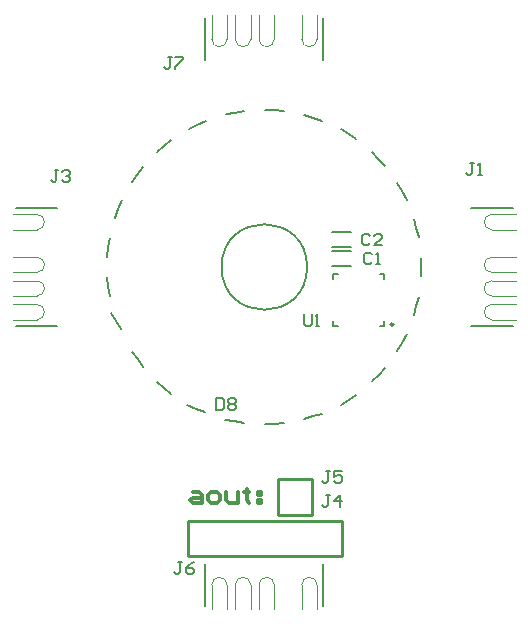
<source format=gto>
G04*
G04 #@! TF.GenerationSoftware,Altium Limited,Altium Designer,23.8.1 (32)*
G04*
G04 Layer_Color=65535*
%FSLAX44Y44*%
%MOMM*%
G71*
G04*
G04 #@! TF.SameCoordinates,569DF6A4-0AC1-4917-97B5-21C436C54E36*
G04*
G04*
G04 #@! TF.FilePolarity,Positive*
G04*
G01*
G75*
%ADD10C,0.2500*%
%ADD11C,0.1000*%
%ADD12C,0.2000*%
%ADD13C,0.1800*%
%ADD14C,0.2540*%
%ADD15C,0.3000*%
D10*
X109250Y-48500D02*
G03*
X109250Y-48500I-1250J0D01*
G01*
D11*
X-44600Y193000D02*
G03*
X-31600Y193000I6500J0D01*
G01*
X31600D02*
G03*
X44600Y193000I6500J0D01*
G01*
X-24600D02*
G03*
X-11600Y193000I6500J0D01*
G01*
X-4600D02*
G03*
X8400Y193000I6500J0D01*
G01*
X-31600Y-269150D02*
G03*
X-44600Y-269150I-6500J0D01*
G01*
X44600D02*
G03*
X31600Y-269150I-6500J0D01*
G01*
X-11600D02*
G03*
X-24600Y-269150I-6500J0D01*
G01*
X8400D02*
G03*
X-4600Y-269150I-6500J0D01*
G01*
X192650Y-31600D02*
G03*
X192650Y-44600I0J-6500D01*
G01*
Y44600D02*
G03*
X192650Y31600I0J-6500D01*
G01*
Y-11600D02*
G03*
X192650Y-24600I0J-6500D01*
G01*
Y8400D02*
G03*
X192650Y-4600I0J-6500D01*
G01*
X-192650Y-4600D02*
G03*
X-192650Y8400I0J6500D01*
G01*
Y-24600D02*
G03*
X-192650Y-11600I0J6500D01*
G01*
Y31600D02*
G03*
X-192650Y44600I0J6500D01*
G01*
Y-44600D02*
G03*
X-192650Y-31600I0J6500D01*
G01*
X-31600Y193000D02*
X-31600Y213000D01*
X-44600Y193000D02*
Y213000D01*
X44600Y193000D02*
Y213000D01*
X-11600Y193000D02*
Y213000D01*
X-24600Y193000D02*
Y213000D01*
X8400Y193000D02*
Y213000D01*
X-4600Y193000D02*
Y213000D01*
X31600Y193000D02*
Y213000D01*
X-31600Y-269150D02*
X-31600Y-289150D01*
X-44600D02*
Y-269150D01*
X44600Y-289150D02*
Y-269150D01*
X-11600Y-289150D02*
Y-269150D01*
X-24600Y-289150D02*
Y-269150D01*
X8400Y-289150D02*
Y-269150D01*
X-4600Y-289150D02*
Y-269150D01*
X31600Y-289150D02*
Y-269150D01*
X192650Y-31600D02*
X212650D01*
X192650Y-44600D02*
X212650D01*
X192650Y44600D02*
X212650D01*
X192650Y-11600D02*
X212650D01*
X192650Y-24600D02*
X212650D01*
X192650Y8400D02*
X212650D01*
X192650Y-4600D02*
X212650D01*
X192650Y31600D02*
X212650D01*
X-212650Y31600D02*
X-192650D01*
X-212650Y-4600D02*
X-192650D01*
X-212650Y8400D02*
X-192650D01*
X-212650Y-24600D02*
X-192650D01*
X-212650Y-11600D02*
X-192650D01*
X-212650Y44600D02*
X-192650D01*
X-212650Y-44600D02*
X-192650D01*
X-212650Y-31600D02*
X-192650D01*
D12*
X36209Y0D02*
G03*
X36209Y0I-36209J0D01*
G01*
X101500Y-10250D02*
Y-6000D01*
Y-50000D02*
Y-45750D01*
X97750Y-50000D02*
X101500D01*
X58500D02*
X62250D01*
X58500Y-10250D02*
Y-6000D01*
X62250Y-6000D01*
X97750D02*
X101500Y-6000D01*
X58500Y-50000D02*
Y-45750D01*
X-50000Y175500D02*
Y210500D01*
X50000Y180500D02*
Y210500D01*
Y175500D02*
Y180500D01*
X-50000Y-286650D02*
Y-251650D01*
X50000Y-286650D02*
Y-256650D01*
Y-251650D01*
X175150Y-50000D02*
X210150D01*
X180150Y50000D02*
X210150D01*
X175150D02*
X180150D01*
X-180150Y50000D02*
X-175150D01*
X-210150D02*
X-180150D01*
X-210150Y-50000D02*
X-175150D01*
X33335Y-40002D02*
Y-48332D01*
X35002Y-49998D01*
X38334D01*
X40000Y-48332D01*
Y-40002D01*
X43332Y-49998D02*
X46665D01*
X44998D01*
Y-40002D01*
X43332Y-41668D01*
X-40963Y-110874D02*
Y-120871D01*
X-35964D01*
X-34298Y-119205D01*
Y-112540D01*
X-35964Y-110874D01*
X-40963D01*
X-30966Y-112540D02*
X-29300Y-110874D01*
X-25968D01*
X-24302Y-112540D01*
Y-114206D01*
X-25968Y-115872D01*
X-24302Y-117539D01*
Y-119205D01*
X-25968Y-120871D01*
X-29300D01*
X-30966Y-119205D01*
Y-117539D01*
X-29300Y-115872D01*
X-30966Y-114206D01*
Y-112540D01*
X-29300Y-115872D02*
X-25968D01*
X-78566Y177998D02*
X-81898D01*
X-80232D01*
Y169668D01*
X-81898Y168002D01*
X-83565D01*
X-85231Y169668D01*
X-75234Y177998D02*
X-68569D01*
Y176332D01*
X-75234Y169668D01*
Y168002D01*
X177650Y88098D02*
X174318D01*
X175984D01*
Y79768D01*
X174318Y78102D01*
X172652D01*
X170986Y79768D01*
X180982Y78102D02*
X184314D01*
X182648D01*
Y88098D01*
X180982Y86432D01*
X-69871Y-249955D02*
X-73203D01*
X-71537D01*
Y-258285D01*
X-73203Y-259951D01*
X-74869D01*
X-76535Y-258285D01*
X-59874Y-249955D02*
X-63206Y-251621D01*
X-66538Y-254953D01*
Y-258285D01*
X-64872Y-259951D01*
X-61540D01*
X-59874Y-258285D01*
Y-256619D01*
X-61540Y-254953D01*
X-66538D01*
X-174316Y81898D02*
X-177648D01*
X-175982D01*
Y73568D01*
X-177648Y71902D01*
X-179314D01*
X-180981Y73568D01*
X-170984Y80232D02*
X-169318Y81898D01*
X-165986D01*
X-164319Y80232D01*
Y78566D01*
X-165986Y76900D01*
X-167652D01*
X-165986D01*
X-164319Y75234D01*
Y73568D01*
X-165986Y71902D01*
X-169318D01*
X-170984Y73568D01*
X55684Y-173102D02*
X52352D01*
X54018D01*
Y-181432D01*
X52352Y-183098D01*
X50686D01*
X49019Y-181432D01*
X65681Y-173102D02*
X59016D01*
Y-178100D01*
X62348Y-176434D01*
X64015D01*
X65681Y-178100D01*
Y-181432D01*
X64015Y-183098D01*
X60682D01*
X59016Y-181432D01*
X55684Y-193102D02*
X52352D01*
X54018D01*
Y-201432D01*
X52352Y-203098D01*
X50686D01*
X49019Y-201432D01*
X64015Y-203098D02*
Y-193102D01*
X59016Y-198100D01*
X65681D01*
X89431Y26620D02*
X87765Y28286D01*
X84433D01*
X82767Y26620D01*
Y19956D01*
X84433Y18290D01*
X87765D01*
X89431Y19956D01*
X99428Y18290D02*
X92764D01*
X99428Y24954D01*
Y26620D01*
X97762Y28286D01*
X94430D01*
X92764Y26620D01*
X91098Y10620D02*
X89432Y12286D01*
X86099D01*
X84433Y10620D01*
Y3956D01*
X86099Y2289D01*
X89432D01*
X91098Y3956D01*
X94430Y2289D02*
X97762D01*
X96096D01*
Y12286D01*
X94430Y10620D01*
D13*
X-33161Y-129209D02*
X-25280Y-130579D01*
X-17398Y-131948D01*
X-90942Y-97379D02*
X-84777Y-102478D01*
X-78613Y-107578D01*
X41099Y126490D02*
X48708Y124018D01*
X33491Y128963D02*
X41099Y126490D01*
X64510Y-116582D02*
X71265Y-112296D01*
X78020Y-108009D01*
X91476Y-96876D02*
X96953Y-91045D01*
X102429Y-85213D01*
X112695Y-71084D02*
X116549Y-64073D01*
X120403Y-57063D01*
X126832Y-40824D02*
X128821Y-33076D01*
X130811Y-25327D01*
X133012Y10D02*
X133013Y-7990D01*
X133010Y8009D02*
X133012Y10D01*
X-65296Y-116863D02*
X-57857Y-119808D01*
X-50419Y-122753D01*
X367Y-133239D02*
X8351Y-132737D01*
X16336Y-132235D01*
X33491Y-128963D02*
X41099Y-126490D01*
X48708Y-124018D01*
X-123660Y48961D02*
X-120716Y56399D01*
X-126606Y41522D02*
X-123660Y48961D01*
X-131951Y16669D02*
X-130949Y24606D01*
X-132954Y8732D02*
X-131951Y16669D01*
X-132954Y-8732D02*
X-131951Y-16669D01*
X-130948Y-24606D01*
X-129709Y-38670D02*
X-125479Y-45460D01*
X-121250Y-52251D01*
X-112019Y-71550D02*
X-107339Y-78039D01*
X-102659Y-84527D01*
X8351Y132738D02*
X16335Y132235D01*
X367Y133240D02*
X8351Y132738D01*
X-24922Y130644D02*
X-17063Y132143D01*
X-32780Y129145D02*
X-24922Y130644D01*
X-56629Y120342D02*
X-49390Y123748D01*
X-63867Y116936D02*
X-56629Y120342D01*
X-84777Y102478D02*
X-78613Y107578D01*
X-90941Y97379D02*
X-84777Y102478D01*
X-107599Y78175D02*
X-102897Y84648D01*
X-112302Y71703D02*
X-107599Y78175D01*
X128821Y33076D02*
X130811Y25327D01*
X126832Y40824D02*
X128821Y33076D01*
X116539Y64078D02*
X120393Y57067D01*
X112686Y71088D02*
X116539Y64078D01*
X96419Y91360D02*
X101922Y85553D01*
X90917Y97167D02*
X96419Y91360D01*
X71265Y112296D02*
X78020Y108009D01*
X64510Y116582D02*
X71265Y112296D01*
X57098Y708D02*
X73098D01*
X57098Y13868D02*
X73098D01*
X57098Y16708D02*
X73098D01*
X57098Y29868D02*
X73098D01*
D14*
X-64600Y-215000D02*
X66000D01*
Y-245000D02*
Y-215000D01*
X-64600Y-245000D02*
X66000D01*
X-64600D02*
Y-215000D01*
X11143Y-209638D02*
Y-179638D01*
Y-209638D02*
X40719D01*
Y-179638D01*
X11143D02*
X40719D01*
D15*
X-60065Y-190168D02*
X-55067D01*
X-52568Y-192667D01*
Y-200165D01*
X-60065D01*
X-62565Y-197666D01*
X-60065Y-195166D01*
X-52568D01*
X-45070Y-200165D02*
X-40072D01*
X-37573Y-197666D01*
Y-192667D01*
X-40072Y-190168D01*
X-45070D01*
X-47569Y-192667D01*
Y-197666D01*
X-45070Y-200165D01*
X-32574Y-190168D02*
Y-197666D01*
X-30075Y-200165D01*
X-22578D01*
Y-190168D01*
X-15080Y-187669D02*
Y-190168D01*
X-17579D01*
X-12581D01*
X-15080D01*
Y-197666D01*
X-12581Y-200165D01*
X-5083Y-190168D02*
X-2584D01*
Y-192667D01*
X-5083D01*
Y-190168D01*
Y-197666D02*
X-2584D01*
Y-200165D01*
X-5083D01*
Y-197666D01*
M02*

</source>
